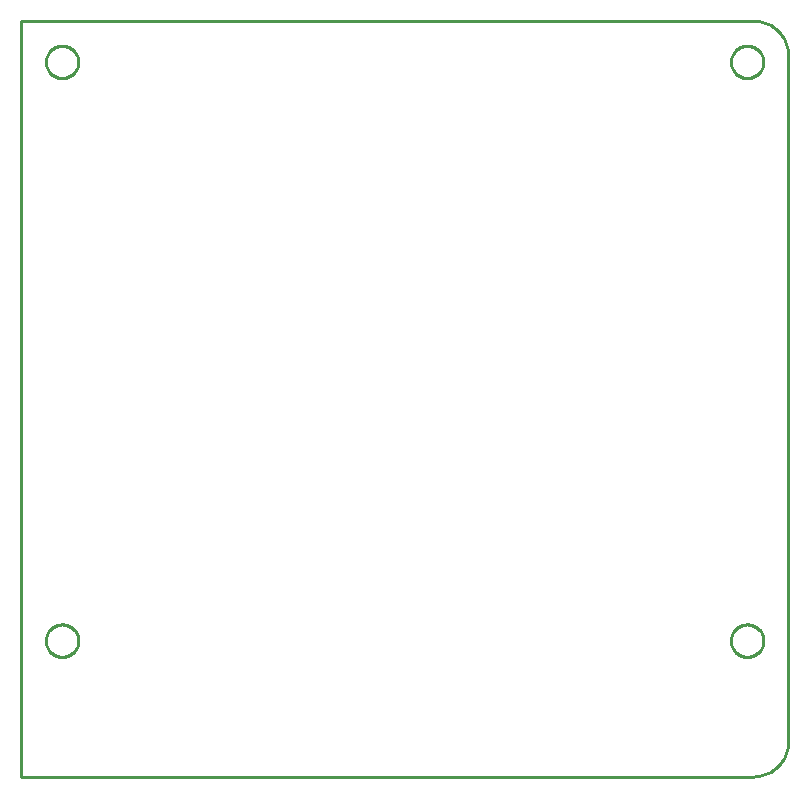
<source format=gbr>
G04 EAGLE Gerber RS-274X export*
G75*
%MOMM*%
%FSLAX34Y34*%
%LPD*%
%IN*%
%IPPOS*%
%AMOC8*
5,1,8,0,0,1.08239X$1,22.5*%
G01*
%ADD10C,0.254000*%


D10*
X0Y0D02*
X620000Y0D01*
X622615Y114D01*
X625209Y456D01*
X627765Y1022D01*
X630261Y1809D01*
X632679Y2811D01*
X635000Y4019D01*
X637207Y5425D01*
X639284Y7019D01*
X641213Y8787D01*
X642981Y10716D01*
X644575Y12793D01*
X645981Y15000D01*
X647189Y17321D01*
X648191Y19739D01*
X648978Y22235D01*
X649544Y24791D01*
X649886Y27385D01*
X650000Y30000D01*
X650000Y610000D01*
X649886Y612615D01*
X649544Y615209D01*
X648978Y617765D01*
X648191Y620261D01*
X647189Y622679D01*
X645981Y625000D01*
X644575Y627207D01*
X642981Y629284D01*
X641213Y631213D01*
X639284Y632981D01*
X637207Y634575D01*
X635000Y635981D01*
X632679Y637189D01*
X630261Y638191D01*
X627765Y638978D01*
X625209Y639544D01*
X622615Y639886D01*
X620000Y640000D01*
X0Y640000D01*
X0Y0D01*
X628750Y604509D02*
X628680Y603529D01*
X628540Y602557D01*
X628331Y601597D01*
X628055Y600655D01*
X627711Y599735D01*
X627303Y598841D01*
X626833Y597979D01*
X626302Y597153D01*
X625713Y596367D01*
X625070Y595625D01*
X624375Y594930D01*
X623633Y594287D01*
X622847Y593698D01*
X622021Y593167D01*
X621159Y592697D01*
X620265Y592289D01*
X619345Y591945D01*
X618403Y591669D01*
X617443Y591460D01*
X616471Y591320D01*
X615491Y591250D01*
X614509Y591250D01*
X613529Y591320D01*
X612557Y591460D01*
X611597Y591669D01*
X610655Y591945D01*
X609735Y592289D01*
X608841Y592697D01*
X607979Y593167D01*
X607153Y593698D01*
X606367Y594287D01*
X605625Y594930D01*
X604930Y595625D01*
X604287Y596367D01*
X603698Y597153D01*
X603167Y597979D01*
X602697Y598841D01*
X602289Y599735D01*
X601945Y600655D01*
X601669Y601597D01*
X601460Y602557D01*
X601320Y603529D01*
X601250Y604509D01*
X601250Y605491D01*
X601320Y606471D01*
X601460Y607443D01*
X601669Y608403D01*
X601945Y609345D01*
X602289Y610265D01*
X602697Y611159D01*
X603167Y612021D01*
X603698Y612847D01*
X604287Y613633D01*
X604930Y614375D01*
X605625Y615070D01*
X606367Y615713D01*
X607153Y616302D01*
X607979Y616833D01*
X608841Y617303D01*
X609735Y617711D01*
X610655Y618055D01*
X611597Y618331D01*
X612557Y618540D01*
X613529Y618680D01*
X614509Y618750D01*
X615491Y618750D01*
X616471Y618680D01*
X617443Y618540D01*
X618403Y618331D01*
X619345Y618055D01*
X620265Y617711D01*
X621159Y617303D01*
X622021Y616833D01*
X622847Y616302D01*
X623633Y615713D01*
X624375Y615070D01*
X625070Y614375D01*
X625713Y613633D01*
X626302Y612847D01*
X626833Y612021D01*
X627303Y611159D01*
X627711Y610265D01*
X628055Y609345D01*
X628331Y608403D01*
X628540Y607443D01*
X628680Y606471D01*
X628750Y605491D01*
X628750Y604509D01*
X628750Y114509D02*
X628680Y113529D01*
X628540Y112557D01*
X628331Y111597D01*
X628055Y110655D01*
X627711Y109735D01*
X627303Y108841D01*
X626833Y107979D01*
X626302Y107153D01*
X625713Y106367D01*
X625070Y105625D01*
X624375Y104930D01*
X623633Y104287D01*
X622847Y103698D01*
X622021Y103167D01*
X621159Y102697D01*
X620265Y102289D01*
X619345Y101945D01*
X618403Y101669D01*
X617443Y101460D01*
X616471Y101320D01*
X615491Y101250D01*
X614509Y101250D01*
X613529Y101320D01*
X612557Y101460D01*
X611597Y101669D01*
X610655Y101945D01*
X609735Y102289D01*
X608841Y102697D01*
X607979Y103167D01*
X607153Y103698D01*
X606367Y104287D01*
X605625Y104930D01*
X604930Y105625D01*
X604287Y106367D01*
X603698Y107153D01*
X603167Y107979D01*
X602697Y108841D01*
X602289Y109735D01*
X601945Y110655D01*
X601669Y111597D01*
X601460Y112557D01*
X601320Y113529D01*
X601250Y114509D01*
X601250Y115491D01*
X601320Y116471D01*
X601460Y117443D01*
X601669Y118403D01*
X601945Y119345D01*
X602289Y120265D01*
X602697Y121159D01*
X603167Y122021D01*
X603698Y122847D01*
X604287Y123633D01*
X604930Y124375D01*
X605625Y125070D01*
X606367Y125713D01*
X607153Y126302D01*
X607979Y126833D01*
X608841Y127303D01*
X609735Y127711D01*
X610655Y128055D01*
X611597Y128331D01*
X612557Y128540D01*
X613529Y128680D01*
X614509Y128750D01*
X615491Y128750D01*
X616471Y128680D01*
X617443Y128540D01*
X618403Y128331D01*
X619345Y128055D01*
X620265Y127711D01*
X621159Y127303D01*
X622021Y126833D01*
X622847Y126302D01*
X623633Y125713D01*
X624375Y125070D01*
X625070Y124375D01*
X625713Y123633D01*
X626302Y122847D01*
X626833Y122021D01*
X627303Y121159D01*
X627711Y120265D01*
X628055Y119345D01*
X628331Y118403D01*
X628540Y117443D01*
X628680Y116471D01*
X628750Y115491D01*
X628750Y114509D01*
X48750Y604509D02*
X48680Y603529D01*
X48540Y602557D01*
X48331Y601597D01*
X48055Y600655D01*
X47711Y599735D01*
X47303Y598841D01*
X46833Y597979D01*
X46302Y597153D01*
X45713Y596367D01*
X45070Y595625D01*
X44375Y594930D01*
X43633Y594287D01*
X42847Y593698D01*
X42021Y593167D01*
X41159Y592697D01*
X40265Y592289D01*
X39345Y591945D01*
X38403Y591669D01*
X37443Y591460D01*
X36471Y591320D01*
X35491Y591250D01*
X34509Y591250D01*
X33529Y591320D01*
X32557Y591460D01*
X31597Y591669D01*
X30655Y591945D01*
X29735Y592289D01*
X28841Y592697D01*
X27979Y593167D01*
X27153Y593698D01*
X26367Y594287D01*
X25625Y594930D01*
X24930Y595625D01*
X24287Y596367D01*
X23698Y597153D01*
X23167Y597979D01*
X22697Y598841D01*
X22289Y599735D01*
X21945Y600655D01*
X21669Y601597D01*
X21460Y602557D01*
X21320Y603529D01*
X21250Y604509D01*
X21250Y605491D01*
X21320Y606471D01*
X21460Y607443D01*
X21669Y608403D01*
X21945Y609345D01*
X22289Y610265D01*
X22697Y611159D01*
X23167Y612021D01*
X23698Y612847D01*
X24287Y613633D01*
X24930Y614375D01*
X25625Y615070D01*
X26367Y615713D01*
X27153Y616302D01*
X27979Y616833D01*
X28841Y617303D01*
X29735Y617711D01*
X30655Y618055D01*
X31597Y618331D01*
X32557Y618540D01*
X33529Y618680D01*
X34509Y618750D01*
X35491Y618750D01*
X36471Y618680D01*
X37443Y618540D01*
X38403Y618331D01*
X39345Y618055D01*
X40265Y617711D01*
X41159Y617303D01*
X42021Y616833D01*
X42847Y616302D01*
X43633Y615713D01*
X44375Y615070D01*
X45070Y614375D01*
X45713Y613633D01*
X46302Y612847D01*
X46833Y612021D01*
X47303Y611159D01*
X47711Y610265D01*
X48055Y609345D01*
X48331Y608403D01*
X48540Y607443D01*
X48680Y606471D01*
X48750Y605491D01*
X48750Y604509D01*
X48750Y114509D02*
X48680Y113529D01*
X48540Y112557D01*
X48331Y111597D01*
X48055Y110655D01*
X47711Y109735D01*
X47303Y108841D01*
X46833Y107979D01*
X46302Y107153D01*
X45713Y106367D01*
X45070Y105625D01*
X44375Y104930D01*
X43633Y104287D01*
X42847Y103698D01*
X42021Y103167D01*
X41159Y102697D01*
X40265Y102289D01*
X39345Y101945D01*
X38403Y101669D01*
X37443Y101460D01*
X36471Y101320D01*
X35491Y101250D01*
X34509Y101250D01*
X33529Y101320D01*
X32557Y101460D01*
X31597Y101669D01*
X30655Y101945D01*
X29735Y102289D01*
X28841Y102697D01*
X27979Y103167D01*
X27153Y103698D01*
X26367Y104287D01*
X25625Y104930D01*
X24930Y105625D01*
X24287Y106367D01*
X23698Y107153D01*
X23167Y107979D01*
X22697Y108841D01*
X22289Y109735D01*
X21945Y110655D01*
X21669Y111597D01*
X21460Y112557D01*
X21320Y113529D01*
X21250Y114509D01*
X21250Y115491D01*
X21320Y116471D01*
X21460Y117443D01*
X21669Y118403D01*
X21945Y119345D01*
X22289Y120265D01*
X22697Y121159D01*
X23167Y122021D01*
X23698Y122847D01*
X24287Y123633D01*
X24930Y124375D01*
X25625Y125070D01*
X26367Y125713D01*
X27153Y126302D01*
X27979Y126833D01*
X28841Y127303D01*
X29735Y127711D01*
X30655Y128055D01*
X31597Y128331D01*
X32557Y128540D01*
X33529Y128680D01*
X34509Y128750D01*
X35491Y128750D01*
X36471Y128680D01*
X37443Y128540D01*
X38403Y128331D01*
X39345Y128055D01*
X40265Y127711D01*
X41159Y127303D01*
X42021Y126833D01*
X42847Y126302D01*
X43633Y125713D01*
X44375Y125070D01*
X45070Y124375D01*
X45713Y123633D01*
X46302Y122847D01*
X46833Y122021D01*
X47303Y121159D01*
X47711Y120265D01*
X48055Y119345D01*
X48331Y118403D01*
X48540Y117443D01*
X48680Y116471D01*
X48750Y115491D01*
X48750Y114509D01*
M02*

</source>
